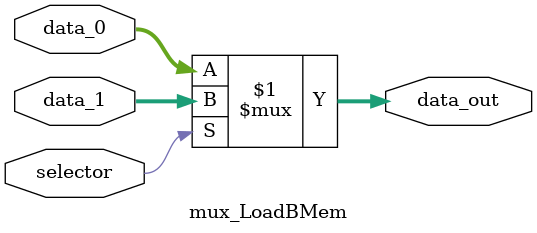
<source format=v>
module mux_LoadBMem(
    input wire selector,
    input wire [31:0] data_0,
    input wire [31:0] data_1,
    output wire [31:0] data_out
);

    assign data_out = (selector) ? data_1 : data_0; 
    
endmodule
</source>
